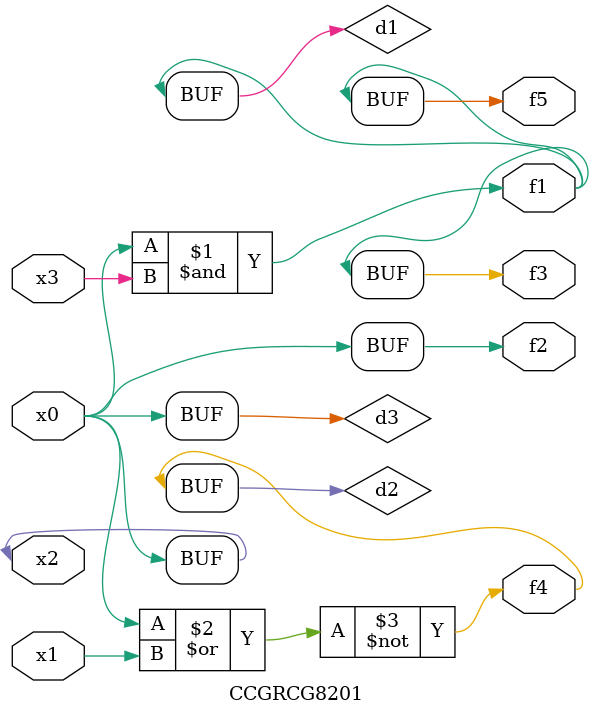
<source format=v>
module CCGRCG8201(
	input x0, x1, x2, x3,
	output f1, f2, f3, f4, f5
);

	wire d1, d2, d3;

	and (d1, x2, x3);
	nor (d2, x0, x1);
	buf (d3, x0, x2);
	assign f1 = d1;
	assign f2 = d3;
	assign f3 = d1;
	assign f4 = d2;
	assign f5 = d1;
endmodule

</source>
